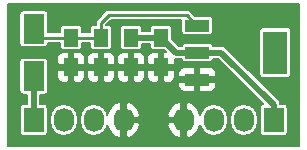
<source format=gbr>
G04 #@! TF.FileFunction,Copper,L2,Bot,Signal*
%FSLAX46Y46*%
G04 Gerber Fmt 4.6, Leading zero omitted, Abs format (unit mm)*
G04 Created by KiCad (PCBNEW 4.0.0-1rc2.201511201506+6189~38~ubuntu14.04.1-stable) date wo 25 nov 2015 23:52:55 CET*
%MOMM*%
G01*
G04 APERTURE LIST*
%ADD10C,0.100000*%
%ADD11R,1.727200X2.032000*%
%ADD12O,1.727200X2.032000*%
%ADD13R,2.032000X3.657600*%
%ADD14R,2.032000X1.016000*%
%ADD15R,1.800860X2.499360*%
%ADD16R,1.250000X1.500000*%
%ADD17C,0.508000*%
%ADD18C,0.254000*%
%ADD19C,0.127000*%
G04 APERTURE END LIST*
D10*
D11*
X256540000Y-134620000D03*
D12*
X254000000Y-134620000D03*
X251460000Y-134620000D03*
X248920000Y-134620000D03*
D11*
X236220000Y-134620000D03*
D12*
X238760000Y-134620000D03*
X241300000Y-134620000D03*
X243840000Y-134620000D03*
D13*
X256667000Y-128905000D03*
D14*
X250063000Y-128905000D03*
X250063000Y-126619000D03*
X250063000Y-131191000D03*
D15*
X236220000Y-126906020D03*
X236220000Y-130903980D03*
D16*
X239395000Y-127655000D03*
X239395000Y-130155000D03*
X241935000Y-127655000D03*
X241935000Y-130155000D03*
X244475000Y-127655000D03*
X244475000Y-130155000D03*
X247015000Y-127655000D03*
X247015000Y-130155000D03*
D17*
X236220000Y-130903980D02*
X236220000Y-134620000D01*
D18*
X250063000Y-126619000D02*
X249174000Y-125730000D01*
X241935000Y-126365000D02*
X241935000Y-127655000D01*
X242570000Y-125730000D02*
X241935000Y-126365000D01*
X249174000Y-125730000D02*
X242570000Y-125730000D01*
X239395000Y-127655000D02*
X241935000Y-127655000D01*
X236220000Y-126906020D02*
X236968980Y-127655000D01*
X236968980Y-127655000D02*
X239395000Y-127655000D01*
D17*
X250063000Y-128905000D02*
X252095000Y-128905000D01*
X252095000Y-128905000D02*
X256540000Y-133350000D01*
X256540000Y-133350000D02*
X256540000Y-134620000D01*
X250063000Y-128905000D02*
X248265000Y-128905000D01*
X248265000Y-128905000D02*
X247015000Y-127655000D01*
X244475000Y-127655000D02*
X247015000Y-127655000D01*
D19*
G36*
X258712500Y-136792500D02*
X234047500Y-136792500D01*
X234047500Y-129654300D01*
X234995850Y-129654300D01*
X234995850Y-132153660D01*
X235017989Y-132271318D01*
X235087525Y-132379381D01*
X235193625Y-132451875D01*
X235319570Y-132477380D01*
X235648500Y-132477380D01*
X235648500Y-133280280D01*
X235356400Y-133280280D01*
X235238742Y-133302419D01*
X235130679Y-133371955D01*
X235058185Y-133478055D01*
X235032680Y-133604000D01*
X235032680Y-135636000D01*
X235054819Y-135753658D01*
X235124355Y-135861721D01*
X235230455Y-135934215D01*
X235356400Y-135959720D01*
X237083600Y-135959720D01*
X237201258Y-135937581D01*
X237309321Y-135868045D01*
X237381815Y-135761945D01*
X237407320Y-135636000D01*
X237407320Y-134441475D01*
X237578900Y-134441475D01*
X237578900Y-134798525D01*
X237668806Y-135250512D01*
X237924836Y-135633689D01*
X238308013Y-135889719D01*
X238760000Y-135979625D01*
X239211987Y-135889719D01*
X239595164Y-135633689D01*
X239851194Y-135250512D01*
X239941100Y-134798525D01*
X239941100Y-134441475D01*
X240118900Y-134441475D01*
X240118900Y-134798525D01*
X240208806Y-135250512D01*
X240464836Y-135633689D01*
X240848013Y-135889719D01*
X241300000Y-135979625D01*
X241751987Y-135889719D01*
X242135164Y-135633689D01*
X242391194Y-135250512D01*
X242433167Y-135039498D01*
X242638438Y-135553403D01*
X243028778Y-135953771D01*
X243429333Y-136147487D01*
X243649500Y-136050506D01*
X243649500Y-134810500D01*
X244030500Y-134810500D01*
X244030500Y-136050506D01*
X244250667Y-136147487D01*
X244651222Y-135953771D01*
X245041562Y-135553403D01*
X245248975Y-135034135D01*
X247511025Y-135034135D01*
X247718438Y-135553403D01*
X248108778Y-135953771D01*
X248509333Y-136147487D01*
X248729500Y-136050506D01*
X248729500Y-134810500D01*
X247630303Y-134810500D01*
X247511025Y-135034135D01*
X245248975Y-135034135D01*
X245129697Y-134810500D01*
X244030500Y-134810500D01*
X243649500Y-134810500D01*
X243629500Y-134810500D01*
X243629500Y-134429500D01*
X243649500Y-134429500D01*
X243649500Y-133189494D01*
X244030500Y-133189494D01*
X244030500Y-134429500D01*
X245129697Y-134429500D01*
X245248975Y-134205865D01*
X247511025Y-134205865D01*
X247630303Y-134429500D01*
X248729500Y-134429500D01*
X248729500Y-133189494D01*
X249110500Y-133189494D01*
X249110500Y-134429500D01*
X249130500Y-134429500D01*
X249130500Y-134810500D01*
X249110500Y-134810500D01*
X249110500Y-136050506D01*
X249330667Y-136147487D01*
X249731222Y-135953771D01*
X250121562Y-135553403D01*
X250326833Y-135039498D01*
X250368806Y-135250512D01*
X250624836Y-135633689D01*
X251008013Y-135889719D01*
X251460000Y-135979625D01*
X251911987Y-135889719D01*
X252295164Y-135633689D01*
X252551194Y-135250512D01*
X252641100Y-134798525D01*
X252641100Y-134441475D01*
X252818900Y-134441475D01*
X252818900Y-134798525D01*
X252908806Y-135250512D01*
X253164836Y-135633689D01*
X253548013Y-135889719D01*
X254000000Y-135979625D01*
X254451987Y-135889719D01*
X254835164Y-135633689D01*
X255091194Y-135250512D01*
X255181100Y-134798525D01*
X255181100Y-134441475D01*
X255091194Y-133989488D01*
X254835164Y-133606311D01*
X254451987Y-133350281D01*
X254000000Y-133260375D01*
X253548013Y-133350281D01*
X253164836Y-133606311D01*
X252908806Y-133989488D01*
X252818900Y-134441475D01*
X252641100Y-134441475D01*
X252551194Y-133989488D01*
X252295164Y-133606311D01*
X251911987Y-133350281D01*
X251460000Y-133260375D01*
X251008013Y-133350281D01*
X250624836Y-133606311D01*
X250368806Y-133989488D01*
X250326833Y-134200502D01*
X250121562Y-133686597D01*
X249731222Y-133286229D01*
X249330667Y-133092513D01*
X249110500Y-133189494D01*
X248729500Y-133189494D01*
X248509333Y-133092513D01*
X248108778Y-133286229D01*
X247718438Y-133686597D01*
X247511025Y-134205865D01*
X245248975Y-134205865D01*
X245041562Y-133686597D01*
X244651222Y-133286229D01*
X244250667Y-133092513D01*
X244030500Y-133189494D01*
X243649500Y-133189494D01*
X243429333Y-133092513D01*
X243028778Y-133286229D01*
X242638438Y-133686597D01*
X242433167Y-134200502D01*
X242391194Y-133989488D01*
X242135164Y-133606311D01*
X241751987Y-133350281D01*
X241300000Y-133260375D01*
X240848013Y-133350281D01*
X240464836Y-133606311D01*
X240208806Y-133989488D01*
X240118900Y-134441475D01*
X239941100Y-134441475D01*
X239851194Y-133989488D01*
X239595164Y-133606311D01*
X239211987Y-133350281D01*
X238760000Y-133260375D01*
X238308013Y-133350281D01*
X237924836Y-133606311D01*
X237668806Y-133989488D01*
X237578900Y-134441475D01*
X237407320Y-134441475D01*
X237407320Y-133604000D01*
X237385181Y-133486342D01*
X237315645Y-133378279D01*
X237209545Y-133305785D01*
X237083600Y-133280280D01*
X236791500Y-133280280D01*
X236791500Y-132477380D01*
X237120430Y-132477380D01*
X237238088Y-132455241D01*
X237346151Y-132385705D01*
X237418645Y-132279605D01*
X237444150Y-132153660D01*
X237444150Y-131524375D01*
X248475500Y-131524375D01*
X248475500Y-131812678D01*
X248562506Y-132022728D01*
X248723271Y-132183494D01*
X248933321Y-132270500D01*
X249729625Y-132270500D01*
X249872500Y-132127625D01*
X249872500Y-131381500D01*
X250253500Y-131381500D01*
X250253500Y-132127625D01*
X250396375Y-132270500D01*
X251192679Y-132270500D01*
X251402729Y-132183494D01*
X251563494Y-132022728D01*
X251650500Y-131812678D01*
X251650500Y-131524375D01*
X251507625Y-131381500D01*
X250253500Y-131381500D01*
X249872500Y-131381500D01*
X248618375Y-131381500D01*
X248475500Y-131524375D01*
X237444150Y-131524375D01*
X237444150Y-130488375D01*
X238198500Y-130488375D01*
X238198500Y-131018678D01*
X238285506Y-131228728D01*
X238446271Y-131389494D01*
X238656321Y-131476500D01*
X239061625Y-131476500D01*
X239204500Y-131333625D01*
X239204500Y-130345500D01*
X239585500Y-130345500D01*
X239585500Y-131333625D01*
X239728375Y-131476500D01*
X240133679Y-131476500D01*
X240343729Y-131389494D01*
X240504494Y-131228728D01*
X240591500Y-131018678D01*
X240591500Y-130488375D01*
X240738500Y-130488375D01*
X240738500Y-131018678D01*
X240825506Y-131228728D01*
X240986271Y-131389494D01*
X241196321Y-131476500D01*
X241601625Y-131476500D01*
X241744500Y-131333625D01*
X241744500Y-130345500D01*
X242125500Y-130345500D01*
X242125500Y-131333625D01*
X242268375Y-131476500D01*
X242673679Y-131476500D01*
X242883729Y-131389494D01*
X243044494Y-131228728D01*
X243131500Y-131018678D01*
X243131500Y-130488375D01*
X243278500Y-130488375D01*
X243278500Y-131018678D01*
X243365506Y-131228728D01*
X243526271Y-131389494D01*
X243736321Y-131476500D01*
X244141625Y-131476500D01*
X244284500Y-131333625D01*
X244284500Y-130345500D01*
X244665500Y-130345500D01*
X244665500Y-131333625D01*
X244808375Y-131476500D01*
X245213679Y-131476500D01*
X245423729Y-131389494D01*
X245584494Y-131228728D01*
X245671500Y-131018678D01*
X245671500Y-130488375D01*
X245818500Y-130488375D01*
X245818500Y-131018678D01*
X245905506Y-131228728D01*
X246066271Y-131389494D01*
X246276321Y-131476500D01*
X246681625Y-131476500D01*
X246824500Y-131333625D01*
X246824500Y-130345500D01*
X247205500Y-130345500D01*
X247205500Y-131333625D01*
X247348375Y-131476500D01*
X247753679Y-131476500D01*
X247963729Y-131389494D01*
X248124494Y-131228728D01*
X248211500Y-131018678D01*
X248211500Y-130569322D01*
X248475500Y-130569322D01*
X248475500Y-130857625D01*
X248618375Y-131000500D01*
X249872500Y-131000500D01*
X249872500Y-130254375D01*
X250253500Y-130254375D01*
X250253500Y-131000500D01*
X251507625Y-131000500D01*
X251650500Y-130857625D01*
X251650500Y-130569322D01*
X251563494Y-130359272D01*
X251402729Y-130198506D01*
X251192679Y-130111500D01*
X250396375Y-130111500D01*
X250253500Y-130254375D01*
X249872500Y-130254375D01*
X249729625Y-130111500D01*
X248933321Y-130111500D01*
X248723271Y-130198506D01*
X248562506Y-130359272D01*
X248475500Y-130569322D01*
X248211500Y-130569322D01*
X248211500Y-130488375D01*
X248068625Y-130345500D01*
X247205500Y-130345500D01*
X246824500Y-130345500D01*
X245961375Y-130345500D01*
X245818500Y-130488375D01*
X245671500Y-130488375D01*
X245528625Y-130345500D01*
X244665500Y-130345500D01*
X244284500Y-130345500D01*
X243421375Y-130345500D01*
X243278500Y-130488375D01*
X243131500Y-130488375D01*
X242988625Y-130345500D01*
X242125500Y-130345500D01*
X241744500Y-130345500D01*
X240881375Y-130345500D01*
X240738500Y-130488375D01*
X240591500Y-130488375D01*
X240448625Y-130345500D01*
X239585500Y-130345500D01*
X239204500Y-130345500D01*
X238341375Y-130345500D01*
X238198500Y-130488375D01*
X237444150Y-130488375D01*
X237444150Y-129654300D01*
X237422011Y-129536642D01*
X237352475Y-129428579D01*
X237246375Y-129356085D01*
X237120430Y-129330580D01*
X235319570Y-129330580D01*
X235201912Y-129352719D01*
X235093849Y-129422255D01*
X235021355Y-129528355D01*
X234995850Y-129654300D01*
X234047500Y-129654300D01*
X234047500Y-129291322D01*
X238198500Y-129291322D01*
X238198500Y-129821625D01*
X238341375Y-129964500D01*
X239204500Y-129964500D01*
X239204500Y-128976375D01*
X239585500Y-128976375D01*
X239585500Y-129964500D01*
X240448625Y-129964500D01*
X240591500Y-129821625D01*
X240591500Y-129291322D01*
X240738500Y-129291322D01*
X240738500Y-129821625D01*
X240881375Y-129964500D01*
X241744500Y-129964500D01*
X241744500Y-128976375D01*
X242125500Y-128976375D01*
X242125500Y-129964500D01*
X242988625Y-129964500D01*
X243131500Y-129821625D01*
X243131500Y-129291322D01*
X243278500Y-129291322D01*
X243278500Y-129821625D01*
X243421375Y-129964500D01*
X244284500Y-129964500D01*
X244284500Y-128976375D01*
X244665500Y-128976375D01*
X244665500Y-129964500D01*
X245528625Y-129964500D01*
X245671500Y-129821625D01*
X245671500Y-129291322D01*
X245818500Y-129291322D01*
X245818500Y-129821625D01*
X245961375Y-129964500D01*
X246824500Y-129964500D01*
X246824500Y-128976375D01*
X246681625Y-128833500D01*
X246276321Y-128833500D01*
X246066271Y-128920506D01*
X245905506Y-129081272D01*
X245818500Y-129291322D01*
X245671500Y-129291322D01*
X245584494Y-129081272D01*
X245423729Y-128920506D01*
X245213679Y-128833500D01*
X244808375Y-128833500D01*
X244665500Y-128976375D01*
X244284500Y-128976375D01*
X244141625Y-128833500D01*
X243736321Y-128833500D01*
X243526271Y-128920506D01*
X243365506Y-129081272D01*
X243278500Y-129291322D01*
X243131500Y-129291322D01*
X243044494Y-129081272D01*
X242883729Y-128920506D01*
X242673679Y-128833500D01*
X242268375Y-128833500D01*
X242125500Y-128976375D01*
X241744500Y-128976375D01*
X241601625Y-128833500D01*
X241196321Y-128833500D01*
X240986271Y-128920506D01*
X240825506Y-129081272D01*
X240738500Y-129291322D01*
X240591500Y-129291322D01*
X240504494Y-129081272D01*
X240343729Y-128920506D01*
X240133679Y-128833500D01*
X239728375Y-128833500D01*
X239585500Y-128976375D01*
X239204500Y-128976375D01*
X239061625Y-128833500D01*
X238656321Y-128833500D01*
X238446271Y-128920506D01*
X238285506Y-129081272D01*
X238198500Y-129291322D01*
X234047500Y-129291322D01*
X234047500Y-125656340D01*
X234995850Y-125656340D01*
X234995850Y-128155700D01*
X235017989Y-128273358D01*
X235087525Y-128381421D01*
X235193625Y-128453915D01*
X235319570Y-128479420D01*
X237120430Y-128479420D01*
X237238088Y-128457281D01*
X237346151Y-128387745D01*
X237418645Y-128281645D01*
X237444150Y-128155700D01*
X237444150Y-128099500D01*
X238446280Y-128099500D01*
X238446280Y-128405000D01*
X238468419Y-128522658D01*
X238537955Y-128630721D01*
X238644055Y-128703215D01*
X238770000Y-128728720D01*
X240020000Y-128728720D01*
X240137658Y-128706581D01*
X240245721Y-128637045D01*
X240318215Y-128530945D01*
X240343720Y-128405000D01*
X240343720Y-128099500D01*
X240986280Y-128099500D01*
X240986280Y-128405000D01*
X241008419Y-128522658D01*
X241077955Y-128630721D01*
X241184055Y-128703215D01*
X241310000Y-128728720D01*
X242560000Y-128728720D01*
X242677658Y-128706581D01*
X242785721Y-128637045D01*
X242858215Y-128530945D01*
X242883720Y-128405000D01*
X242883720Y-126905000D01*
X243526280Y-126905000D01*
X243526280Y-128405000D01*
X243548419Y-128522658D01*
X243617955Y-128630721D01*
X243724055Y-128703215D01*
X243850000Y-128728720D01*
X245100000Y-128728720D01*
X245217658Y-128706581D01*
X245325721Y-128637045D01*
X245398215Y-128530945D01*
X245423720Y-128405000D01*
X245423720Y-128226500D01*
X246066280Y-128226500D01*
X246066280Y-128405000D01*
X246088419Y-128522658D01*
X246157955Y-128630721D01*
X246264055Y-128703215D01*
X246390000Y-128728720D01*
X247280497Y-128728720D01*
X247385277Y-128833500D01*
X247348375Y-128833500D01*
X247205500Y-128976375D01*
X247205500Y-129964500D01*
X248068625Y-129964500D01*
X248211500Y-129821625D01*
X248211500Y-129465859D01*
X248265000Y-129476501D01*
X248265005Y-129476500D01*
X248735228Y-129476500D01*
X248745419Y-129530658D01*
X248814955Y-129638721D01*
X248921055Y-129711215D01*
X249047000Y-129736720D01*
X251079000Y-129736720D01*
X251196658Y-129714581D01*
X251304721Y-129645045D01*
X251377215Y-129538945D01*
X251389861Y-129476500D01*
X251858276Y-129476500D01*
X255664328Y-133282551D01*
X255558742Y-133302419D01*
X255450679Y-133371955D01*
X255378185Y-133478055D01*
X255352680Y-133604000D01*
X255352680Y-135636000D01*
X255374819Y-135753658D01*
X255444355Y-135861721D01*
X255550455Y-135934215D01*
X255676400Y-135959720D01*
X257403600Y-135959720D01*
X257521258Y-135937581D01*
X257629321Y-135868045D01*
X257701815Y-135761945D01*
X257727320Y-135636000D01*
X257727320Y-133604000D01*
X257705181Y-133486342D01*
X257635645Y-133378279D01*
X257529545Y-133305785D01*
X257403600Y-133280280D01*
X257097632Y-133280280D01*
X257067997Y-133131296D01*
X256944112Y-132945888D01*
X256944109Y-132945886D01*
X252499112Y-128500888D01*
X252433849Y-128457281D01*
X252313704Y-128377003D01*
X252277418Y-128369785D01*
X252095000Y-128333499D01*
X252094995Y-128333500D01*
X251390772Y-128333500D01*
X251380581Y-128279342D01*
X251311045Y-128171279D01*
X251204945Y-128098785D01*
X251079000Y-128073280D01*
X249047000Y-128073280D01*
X248929342Y-128095419D01*
X248821279Y-128164955D01*
X248748785Y-128271055D01*
X248736139Y-128333500D01*
X248501723Y-128333500D01*
X247963720Y-127795496D01*
X247963720Y-126905000D01*
X247941581Y-126787342D01*
X247872045Y-126679279D01*
X247765945Y-126606785D01*
X247640000Y-126581280D01*
X246390000Y-126581280D01*
X246272342Y-126603419D01*
X246164279Y-126672955D01*
X246091785Y-126779055D01*
X246066280Y-126905000D01*
X246066280Y-127083500D01*
X245423720Y-127083500D01*
X245423720Y-126905000D01*
X245401581Y-126787342D01*
X245332045Y-126679279D01*
X245225945Y-126606785D01*
X245100000Y-126581280D01*
X243850000Y-126581280D01*
X243732342Y-126603419D01*
X243624279Y-126672955D01*
X243551785Y-126779055D01*
X243526280Y-126905000D01*
X242883720Y-126905000D01*
X242861581Y-126787342D01*
X242792045Y-126679279D01*
X242685945Y-126606785D01*
X242560000Y-126581280D01*
X242379500Y-126581280D01*
X242379500Y-126549118D01*
X242754118Y-126174500D01*
X248723280Y-126174500D01*
X248723280Y-127127000D01*
X248745419Y-127244658D01*
X248814955Y-127352721D01*
X248921055Y-127425215D01*
X249047000Y-127450720D01*
X251079000Y-127450720D01*
X251196658Y-127428581D01*
X251304721Y-127359045D01*
X251377215Y-127252945D01*
X251402720Y-127127000D01*
X251402720Y-127076200D01*
X255327280Y-127076200D01*
X255327280Y-130733800D01*
X255349419Y-130851458D01*
X255418955Y-130959521D01*
X255525055Y-131032015D01*
X255651000Y-131057520D01*
X257683000Y-131057520D01*
X257800658Y-131035381D01*
X257908721Y-130965845D01*
X257981215Y-130859745D01*
X258006720Y-130733800D01*
X258006720Y-127076200D01*
X257984581Y-126958542D01*
X257915045Y-126850479D01*
X257808945Y-126777985D01*
X257683000Y-126752480D01*
X255651000Y-126752480D01*
X255533342Y-126774619D01*
X255425279Y-126844155D01*
X255352785Y-126950255D01*
X255327280Y-127076200D01*
X251402720Y-127076200D01*
X251402720Y-126111000D01*
X251380581Y-125993342D01*
X251311045Y-125885279D01*
X251204945Y-125812785D01*
X251079000Y-125787280D01*
X249859898Y-125787280D01*
X249488309Y-125415691D01*
X249344103Y-125319336D01*
X249174000Y-125285500D01*
X242570000Y-125285500D01*
X242399898Y-125319335D01*
X242255691Y-125415691D01*
X241620691Y-126050691D01*
X241524336Y-126194897D01*
X241490500Y-126365000D01*
X241490500Y-126581280D01*
X241310000Y-126581280D01*
X241192342Y-126603419D01*
X241084279Y-126672955D01*
X241011785Y-126779055D01*
X240986280Y-126905000D01*
X240986280Y-127210500D01*
X240343720Y-127210500D01*
X240343720Y-126905000D01*
X240321581Y-126787342D01*
X240252045Y-126679279D01*
X240145945Y-126606785D01*
X240020000Y-126581280D01*
X238770000Y-126581280D01*
X238652342Y-126603419D01*
X238544279Y-126672955D01*
X238471785Y-126779055D01*
X238446280Y-126905000D01*
X238446280Y-127210500D01*
X237444150Y-127210500D01*
X237444150Y-125656340D01*
X237422011Y-125538682D01*
X237352475Y-125430619D01*
X237246375Y-125358125D01*
X237120430Y-125332620D01*
X235319570Y-125332620D01*
X235201912Y-125354759D01*
X235093849Y-125424295D01*
X235021355Y-125530395D01*
X234995850Y-125656340D01*
X234047500Y-125656340D01*
X234047500Y-124827500D01*
X258712500Y-124827500D01*
X258712500Y-136792500D01*
X258712500Y-136792500D01*
G37*
X258712500Y-136792500D02*
X234047500Y-136792500D01*
X234047500Y-129654300D01*
X234995850Y-129654300D01*
X234995850Y-132153660D01*
X235017989Y-132271318D01*
X235087525Y-132379381D01*
X235193625Y-132451875D01*
X235319570Y-132477380D01*
X235648500Y-132477380D01*
X235648500Y-133280280D01*
X235356400Y-133280280D01*
X235238742Y-133302419D01*
X235130679Y-133371955D01*
X235058185Y-133478055D01*
X235032680Y-133604000D01*
X235032680Y-135636000D01*
X235054819Y-135753658D01*
X235124355Y-135861721D01*
X235230455Y-135934215D01*
X235356400Y-135959720D01*
X237083600Y-135959720D01*
X237201258Y-135937581D01*
X237309321Y-135868045D01*
X237381815Y-135761945D01*
X237407320Y-135636000D01*
X237407320Y-134441475D01*
X237578900Y-134441475D01*
X237578900Y-134798525D01*
X237668806Y-135250512D01*
X237924836Y-135633689D01*
X238308013Y-135889719D01*
X238760000Y-135979625D01*
X239211987Y-135889719D01*
X239595164Y-135633689D01*
X239851194Y-135250512D01*
X239941100Y-134798525D01*
X239941100Y-134441475D01*
X240118900Y-134441475D01*
X240118900Y-134798525D01*
X240208806Y-135250512D01*
X240464836Y-135633689D01*
X240848013Y-135889719D01*
X241300000Y-135979625D01*
X241751987Y-135889719D01*
X242135164Y-135633689D01*
X242391194Y-135250512D01*
X242433167Y-135039498D01*
X242638438Y-135553403D01*
X243028778Y-135953771D01*
X243429333Y-136147487D01*
X243649500Y-136050506D01*
X243649500Y-134810500D01*
X244030500Y-134810500D01*
X244030500Y-136050506D01*
X244250667Y-136147487D01*
X244651222Y-135953771D01*
X245041562Y-135553403D01*
X245248975Y-135034135D01*
X247511025Y-135034135D01*
X247718438Y-135553403D01*
X248108778Y-135953771D01*
X248509333Y-136147487D01*
X248729500Y-136050506D01*
X248729500Y-134810500D01*
X247630303Y-134810500D01*
X247511025Y-135034135D01*
X245248975Y-135034135D01*
X245129697Y-134810500D01*
X244030500Y-134810500D01*
X243649500Y-134810500D01*
X243629500Y-134810500D01*
X243629500Y-134429500D01*
X243649500Y-134429500D01*
X243649500Y-133189494D01*
X244030500Y-133189494D01*
X244030500Y-134429500D01*
X245129697Y-134429500D01*
X245248975Y-134205865D01*
X247511025Y-134205865D01*
X247630303Y-134429500D01*
X248729500Y-134429500D01*
X248729500Y-133189494D01*
X249110500Y-133189494D01*
X249110500Y-134429500D01*
X249130500Y-134429500D01*
X249130500Y-134810500D01*
X249110500Y-134810500D01*
X249110500Y-136050506D01*
X249330667Y-136147487D01*
X249731222Y-135953771D01*
X250121562Y-135553403D01*
X250326833Y-135039498D01*
X250368806Y-135250512D01*
X250624836Y-135633689D01*
X251008013Y-135889719D01*
X251460000Y-135979625D01*
X251911987Y-135889719D01*
X252295164Y-135633689D01*
X252551194Y-135250512D01*
X252641100Y-134798525D01*
X252641100Y-134441475D01*
X252818900Y-134441475D01*
X252818900Y-134798525D01*
X252908806Y-135250512D01*
X253164836Y-135633689D01*
X253548013Y-135889719D01*
X254000000Y-135979625D01*
X254451987Y-135889719D01*
X254835164Y-135633689D01*
X255091194Y-135250512D01*
X255181100Y-134798525D01*
X255181100Y-134441475D01*
X255091194Y-133989488D01*
X254835164Y-133606311D01*
X254451987Y-133350281D01*
X254000000Y-133260375D01*
X253548013Y-133350281D01*
X253164836Y-133606311D01*
X252908806Y-133989488D01*
X252818900Y-134441475D01*
X252641100Y-134441475D01*
X252551194Y-133989488D01*
X252295164Y-133606311D01*
X251911987Y-133350281D01*
X251460000Y-133260375D01*
X251008013Y-133350281D01*
X250624836Y-133606311D01*
X250368806Y-133989488D01*
X250326833Y-134200502D01*
X250121562Y-133686597D01*
X249731222Y-133286229D01*
X249330667Y-133092513D01*
X249110500Y-133189494D01*
X248729500Y-133189494D01*
X248509333Y-133092513D01*
X248108778Y-133286229D01*
X247718438Y-133686597D01*
X247511025Y-134205865D01*
X245248975Y-134205865D01*
X245041562Y-133686597D01*
X244651222Y-133286229D01*
X244250667Y-133092513D01*
X244030500Y-133189494D01*
X243649500Y-133189494D01*
X243429333Y-133092513D01*
X243028778Y-133286229D01*
X242638438Y-133686597D01*
X242433167Y-134200502D01*
X242391194Y-133989488D01*
X242135164Y-133606311D01*
X241751987Y-133350281D01*
X241300000Y-133260375D01*
X240848013Y-133350281D01*
X240464836Y-133606311D01*
X240208806Y-133989488D01*
X240118900Y-134441475D01*
X239941100Y-134441475D01*
X239851194Y-133989488D01*
X239595164Y-133606311D01*
X239211987Y-133350281D01*
X238760000Y-133260375D01*
X238308013Y-133350281D01*
X237924836Y-133606311D01*
X237668806Y-133989488D01*
X237578900Y-134441475D01*
X237407320Y-134441475D01*
X237407320Y-133604000D01*
X237385181Y-133486342D01*
X237315645Y-133378279D01*
X237209545Y-133305785D01*
X237083600Y-133280280D01*
X236791500Y-133280280D01*
X236791500Y-132477380D01*
X237120430Y-132477380D01*
X237238088Y-132455241D01*
X237346151Y-132385705D01*
X237418645Y-132279605D01*
X237444150Y-132153660D01*
X237444150Y-131524375D01*
X248475500Y-131524375D01*
X248475500Y-131812678D01*
X248562506Y-132022728D01*
X248723271Y-132183494D01*
X248933321Y-132270500D01*
X249729625Y-132270500D01*
X249872500Y-132127625D01*
X249872500Y-131381500D01*
X250253500Y-131381500D01*
X250253500Y-132127625D01*
X250396375Y-132270500D01*
X251192679Y-132270500D01*
X251402729Y-132183494D01*
X251563494Y-132022728D01*
X251650500Y-131812678D01*
X251650500Y-131524375D01*
X251507625Y-131381500D01*
X250253500Y-131381500D01*
X249872500Y-131381500D01*
X248618375Y-131381500D01*
X248475500Y-131524375D01*
X237444150Y-131524375D01*
X237444150Y-130488375D01*
X238198500Y-130488375D01*
X238198500Y-131018678D01*
X238285506Y-131228728D01*
X238446271Y-131389494D01*
X238656321Y-131476500D01*
X239061625Y-131476500D01*
X239204500Y-131333625D01*
X239204500Y-130345500D01*
X239585500Y-130345500D01*
X239585500Y-131333625D01*
X239728375Y-131476500D01*
X240133679Y-131476500D01*
X240343729Y-131389494D01*
X240504494Y-131228728D01*
X240591500Y-131018678D01*
X240591500Y-130488375D01*
X240738500Y-130488375D01*
X240738500Y-131018678D01*
X240825506Y-131228728D01*
X240986271Y-131389494D01*
X241196321Y-131476500D01*
X241601625Y-131476500D01*
X241744500Y-131333625D01*
X241744500Y-130345500D01*
X242125500Y-130345500D01*
X242125500Y-131333625D01*
X242268375Y-131476500D01*
X242673679Y-131476500D01*
X242883729Y-131389494D01*
X243044494Y-131228728D01*
X243131500Y-131018678D01*
X243131500Y-130488375D01*
X243278500Y-130488375D01*
X243278500Y-131018678D01*
X243365506Y-131228728D01*
X243526271Y-131389494D01*
X243736321Y-131476500D01*
X244141625Y-131476500D01*
X244284500Y-131333625D01*
X244284500Y-130345500D01*
X244665500Y-130345500D01*
X244665500Y-131333625D01*
X244808375Y-131476500D01*
X245213679Y-131476500D01*
X245423729Y-131389494D01*
X245584494Y-131228728D01*
X245671500Y-131018678D01*
X245671500Y-130488375D01*
X245818500Y-130488375D01*
X245818500Y-131018678D01*
X245905506Y-131228728D01*
X246066271Y-131389494D01*
X246276321Y-131476500D01*
X246681625Y-131476500D01*
X246824500Y-131333625D01*
X246824500Y-130345500D01*
X247205500Y-130345500D01*
X247205500Y-131333625D01*
X247348375Y-131476500D01*
X247753679Y-131476500D01*
X247963729Y-131389494D01*
X248124494Y-131228728D01*
X248211500Y-131018678D01*
X248211500Y-130569322D01*
X248475500Y-130569322D01*
X248475500Y-130857625D01*
X248618375Y-131000500D01*
X249872500Y-131000500D01*
X249872500Y-130254375D01*
X250253500Y-130254375D01*
X250253500Y-131000500D01*
X251507625Y-131000500D01*
X251650500Y-130857625D01*
X251650500Y-130569322D01*
X251563494Y-130359272D01*
X251402729Y-130198506D01*
X251192679Y-130111500D01*
X250396375Y-130111500D01*
X250253500Y-130254375D01*
X249872500Y-130254375D01*
X249729625Y-130111500D01*
X248933321Y-130111500D01*
X248723271Y-130198506D01*
X248562506Y-130359272D01*
X248475500Y-130569322D01*
X248211500Y-130569322D01*
X248211500Y-130488375D01*
X248068625Y-130345500D01*
X247205500Y-130345500D01*
X246824500Y-130345500D01*
X245961375Y-130345500D01*
X245818500Y-130488375D01*
X245671500Y-130488375D01*
X245528625Y-130345500D01*
X244665500Y-130345500D01*
X244284500Y-130345500D01*
X243421375Y-130345500D01*
X243278500Y-130488375D01*
X243131500Y-130488375D01*
X242988625Y-130345500D01*
X242125500Y-130345500D01*
X241744500Y-130345500D01*
X240881375Y-130345500D01*
X240738500Y-130488375D01*
X240591500Y-130488375D01*
X240448625Y-130345500D01*
X239585500Y-130345500D01*
X239204500Y-130345500D01*
X238341375Y-130345500D01*
X238198500Y-130488375D01*
X237444150Y-130488375D01*
X237444150Y-129654300D01*
X237422011Y-129536642D01*
X237352475Y-129428579D01*
X237246375Y-129356085D01*
X237120430Y-129330580D01*
X235319570Y-129330580D01*
X235201912Y-129352719D01*
X235093849Y-129422255D01*
X235021355Y-129528355D01*
X234995850Y-129654300D01*
X234047500Y-129654300D01*
X234047500Y-129291322D01*
X238198500Y-129291322D01*
X238198500Y-129821625D01*
X238341375Y-129964500D01*
X239204500Y-129964500D01*
X239204500Y-128976375D01*
X239585500Y-128976375D01*
X239585500Y-129964500D01*
X240448625Y-129964500D01*
X240591500Y-129821625D01*
X240591500Y-129291322D01*
X240738500Y-129291322D01*
X240738500Y-129821625D01*
X240881375Y-129964500D01*
X241744500Y-129964500D01*
X241744500Y-128976375D01*
X242125500Y-128976375D01*
X242125500Y-129964500D01*
X242988625Y-129964500D01*
X243131500Y-129821625D01*
X243131500Y-129291322D01*
X243278500Y-129291322D01*
X243278500Y-129821625D01*
X243421375Y-129964500D01*
X244284500Y-129964500D01*
X244284500Y-128976375D01*
X244665500Y-128976375D01*
X244665500Y-129964500D01*
X245528625Y-129964500D01*
X245671500Y-129821625D01*
X245671500Y-129291322D01*
X245818500Y-129291322D01*
X245818500Y-129821625D01*
X245961375Y-129964500D01*
X246824500Y-129964500D01*
X246824500Y-128976375D01*
X246681625Y-128833500D01*
X246276321Y-128833500D01*
X246066271Y-128920506D01*
X245905506Y-129081272D01*
X245818500Y-129291322D01*
X245671500Y-129291322D01*
X245584494Y-129081272D01*
X245423729Y-128920506D01*
X245213679Y-128833500D01*
X244808375Y-128833500D01*
X244665500Y-128976375D01*
X244284500Y-128976375D01*
X244141625Y-128833500D01*
X243736321Y-128833500D01*
X243526271Y-128920506D01*
X243365506Y-129081272D01*
X243278500Y-129291322D01*
X243131500Y-129291322D01*
X243044494Y-129081272D01*
X242883729Y-128920506D01*
X242673679Y-128833500D01*
X242268375Y-128833500D01*
X242125500Y-128976375D01*
X241744500Y-128976375D01*
X241601625Y-128833500D01*
X241196321Y-128833500D01*
X240986271Y-128920506D01*
X240825506Y-129081272D01*
X240738500Y-129291322D01*
X240591500Y-129291322D01*
X240504494Y-129081272D01*
X240343729Y-128920506D01*
X240133679Y-128833500D01*
X239728375Y-128833500D01*
X239585500Y-128976375D01*
X239204500Y-128976375D01*
X239061625Y-128833500D01*
X238656321Y-128833500D01*
X238446271Y-128920506D01*
X238285506Y-129081272D01*
X238198500Y-129291322D01*
X234047500Y-129291322D01*
X234047500Y-125656340D01*
X234995850Y-125656340D01*
X234995850Y-128155700D01*
X235017989Y-128273358D01*
X235087525Y-128381421D01*
X235193625Y-128453915D01*
X235319570Y-128479420D01*
X237120430Y-128479420D01*
X237238088Y-128457281D01*
X237346151Y-128387745D01*
X237418645Y-128281645D01*
X237444150Y-128155700D01*
X237444150Y-128099500D01*
X238446280Y-128099500D01*
X238446280Y-128405000D01*
X238468419Y-128522658D01*
X238537955Y-128630721D01*
X238644055Y-128703215D01*
X238770000Y-128728720D01*
X240020000Y-128728720D01*
X240137658Y-128706581D01*
X240245721Y-128637045D01*
X240318215Y-128530945D01*
X240343720Y-128405000D01*
X240343720Y-128099500D01*
X240986280Y-128099500D01*
X240986280Y-128405000D01*
X241008419Y-128522658D01*
X241077955Y-128630721D01*
X241184055Y-128703215D01*
X241310000Y-128728720D01*
X242560000Y-128728720D01*
X242677658Y-128706581D01*
X242785721Y-128637045D01*
X242858215Y-128530945D01*
X242883720Y-128405000D01*
X242883720Y-126905000D01*
X243526280Y-126905000D01*
X243526280Y-128405000D01*
X243548419Y-128522658D01*
X243617955Y-128630721D01*
X243724055Y-128703215D01*
X243850000Y-128728720D01*
X245100000Y-128728720D01*
X245217658Y-128706581D01*
X245325721Y-128637045D01*
X245398215Y-128530945D01*
X245423720Y-128405000D01*
X245423720Y-128226500D01*
X246066280Y-128226500D01*
X246066280Y-128405000D01*
X246088419Y-128522658D01*
X246157955Y-128630721D01*
X246264055Y-128703215D01*
X246390000Y-128728720D01*
X247280497Y-128728720D01*
X247385277Y-128833500D01*
X247348375Y-128833500D01*
X247205500Y-128976375D01*
X247205500Y-129964500D01*
X248068625Y-129964500D01*
X248211500Y-129821625D01*
X248211500Y-129465859D01*
X248265000Y-129476501D01*
X248265005Y-129476500D01*
X248735228Y-129476500D01*
X248745419Y-129530658D01*
X248814955Y-129638721D01*
X248921055Y-129711215D01*
X249047000Y-129736720D01*
X251079000Y-129736720D01*
X251196658Y-129714581D01*
X251304721Y-129645045D01*
X251377215Y-129538945D01*
X251389861Y-129476500D01*
X251858276Y-129476500D01*
X255664328Y-133282551D01*
X255558742Y-133302419D01*
X255450679Y-133371955D01*
X255378185Y-133478055D01*
X255352680Y-133604000D01*
X255352680Y-135636000D01*
X255374819Y-135753658D01*
X255444355Y-135861721D01*
X255550455Y-135934215D01*
X255676400Y-135959720D01*
X257403600Y-135959720D01*
X257521258Y-135937581D01*
X257629321Y-135868045D01*
X257701815Y-135761945D01*
X257727320Y-135636000D01*
X257727320Y-133604000D01*
X257705181Y-133486342D01*
X257635645Y-133378279D01*
X257529545Y-133305785D01*
X257403600Y-133280280D01*
X257097632Y-133280280D01*
X257067997Y-133131296D01*
X256944112Y-132945888D01*
X256944109Y-132945886D01*
X252499112Y-128500888D01*
X252433849Y-128457281D01*
X252313704Y-128377003D01*
X252277418Y-128369785D01*
X252095000Y-128333499D01*
X252094995Y-128333500D01*
X251390772Y-128333500D01*
X251380581Y-128279342D01*
X251311045Y-128171279D01*
X251204945Y-128098785D01*
X251079000Y-128073280D01*
X249047000Y-128073280D01*
X248929342Y-128095419D01*
X248821279Y-128164955D01*
X248748785Y-128271055D01*
X248736139Y-128333500D01*
X248501723Y-128333500D01*
X247963720Y-127795496D01*
X247963720Y-126905000D01*
X247941581Y-126787342D01*
X247872045Y-126679279D01*
X247765945Y-126606785D01*
X247640000Y-126581280D01*
X246390000Y-126581280D01*
X246272342Y-126603419D01*
X246164279Y-126672955D01*
X246091785Y-126779055D01*
X246066280Y-126905000D01*
X246066280Y-127083500D01*
X245423720Y-127083500D01*
X245423720Y-126905000D01*
X245401581Y-126787342D01*
X245332045Y-126679279D01*
X245225945Y-126606785D01*
X245100000Y-126581280D01*
X243850000Y-126581280D01*
X243732342Y-126603419D01*
X243624279Y-126672955D01*
X243551785Y-126779055D01*
X243526280Y-126905000D01*
X242883720Y-126905000D01*
X242861581Y-126787342D01*
X242792045Y-126679279D01*
X242685945Y-126606785D01*
X242560000Y-126581280D01*
X242379500Y-126581280D01*
X242379500Y-126549118D01*
X242754118Y-126174500D01*
X248723280Y-126174500D01*
X248723280Y-127127000D01*
X248745419Y-127244658D01*
X248814955Y-127352721D01*
X248921055Y-127425215D01*
X249047000Y-127450720D01*
X251079000Y-127450720D01*
X251196658Y-127428581D01*
X251304721Y-127359045D01*
X251377215Y-127252945D01*
X251402720Y-127127000D01*
X251402720Y-127076200D01*
X255327280Y-127076200D01*
X255327280Y-130733800D01*
X255349419Y-130851458D01*
X255418955Y-130959521D01*
X255525055Y-131032015D01*
X255651000Y-131057520D01*
X257683000Y-131057520D01*
X257800658Y-131035381D01*
X257908721Y-130965845D01*
X257981215Y-130859745D01*
X258006720Y-130733800D01*
X258006720Y-127076200D01*
X257984581Y-126958542D01*
X257915045Y-126850479D01*
X257808945Y-126777985D01*
X257683000Y-126752480D01*
X255651000Y-126752480D01*
X255533342Y-126774619D01*
X255425279Y-126844155D01*
X255352785Y-126950255D01*
X255327280Y-127076200D01*
X251402720Y-127076200D01*
X251402720Y-126111000D01*
X251380581Y-125993342D01*
X251311045Y-125885279D01*
X251204945Y-125812785D01*
X251079000Y-125787280D01*
X249859898Y-125787280D01*
X249488309Y-125415691D01*
X249344103Y-125319336D01*
X249174000Y-125285500D01*
X242570000Y-125285500D01*
X242399898Y-125319335D01*
X242255691Y-125415691D01*
X241620691Y-126050691D01*
X241524336Y-126194897D01*
X241490500Y-126365000D01*
X241490500Y-126581280D01*
X241310000Y-126581280D01*
X241192342Y-126603419D01*
X241084279Y-126672955D01*
X241011785Y-126779055D01*
X240986280Y-126905000D01*
X240986280Y-127210500D01*
X240343720Y-127210500D01*
X240343720Y-126905000D01*
X240321581Y-126787342D01*
X240252045Y-126679279D01*
X240145945Y-126606785D01*
X240020000Y-126581280D01*
X238770000Y-126581280D01*
X238652342Y-126603419D01*
X238544279Y-126672955D01*
X238471785Y-126779055D01*
X238446280Y-126905000D01*
X238446280Y-127210500D01*
X237444150Y-127210500D01*
X237444150Y-125656340D01*
X237422011Y-125538682D01*
X237352475Y-125430619D01*
X237246375Y-125358125D01*
X237120430Y-125332620D01*
X235319570Y-125332620D01*
X235201912Y-125354759D01*
X235093849Y-125424295D01*
X235021355Y-125530395D01*
X234995850Y-125656340D01*
X234047500Y-125656340D01*
X234047500Y-124827500D01*
X258712500Y-124827500D01*
X258712500Y-136792500D01*
M02*

</source>
